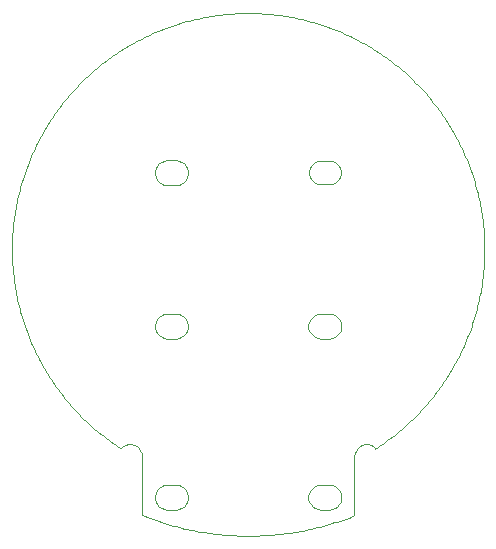
<source format=gbr>
G04*
G04  File:            ïëàòà_7-2.BRD, Thu Sep 11 13:56:05 2014*
G04  Source:          P-CAD 2004 PCB, Version 18.00.272, (I:\copy_of_PROJECT_1_SW2010 íà 169.254.182.25\pcb\LG6\ïëàòà_7-2.pcb)*
G04  Format:          Gerber Format (RS-274-D), ASCII*
G04*
G04  Format Options:  Absolute Positioning*
G04                   Leading-Zero Suppression*
G04                   Scale Factor 1:1*
G04                   NO Circular Interpolation*
G04                   Inch Units*
G04                   Numeric Format: 4.4 (XXXX.XXXX)*
G04                   G54 NOT Used for Aperture Change*
G04                   Apertures Embedded*
G04*
G04  File Options:    Offset = (0.0mil,0.0mil)*
G04                   Drill Symbol Size = 80.0mil*
G04                   No Pad/Via Holes*
G04*
G04  File Contents:   No Pads*
G04                   No Vias*
G04                   No Designators*
G04                   No Types*
G04                   No Values*
G04                   No Drill Symbols*
G04                   Board*
G04*
%INïëàòà_7-2.BRD*%
%ICAS*%
%MOIN*%
G04*
G04  Aperture MACROs for general use --- invoked via D-code assignment *
G04*
G04  General MACRO for flashed round with rotation and/or offset hole *
%AMROTOFFROUND*
1,1,$1,0.0000,0.0000*
1,0,$2,$3,$4*%
G04*
G04  General MACRO for flashed oval (obround) with rotation and/or offset hole *
%AMROTOFFOVAL*
21,1,$1,$2,0.0000,0.0000,$3*
1,1,$4,$5,$6*
1,1,$4,0-$5,0-$6*
1,0,$7,$8,$9*%
G04*
G04  General MACRO for flashed oval (obround) with rotation and no hole *
%AMROTOVALNOHOLE*
21,1,$1,$2,0.0000,0.0000,$3*
1,1,$4,$5,$6*
1,1,$4,0-$5,0-$6*%
G04*
G04  General MACRO for flashed rectangle with rotation and/or offset hole *
%AMROTOFFRECT*
21,1,$1,$2,0.0000,0.0000,$3*
1,0,$4,$5,$6*%
G04*
G04  General MACRO for flashed rectangle with rotation and no hole *
%AMROTRECTNOHOLE*
21,1,$1,$2,0.0000,0.0000,$3*%
G04*
G04  General MACRO for flashed rounded-rectangle *
%AMROUNDRECT*
21,1,$1,$2-$4,0.0000,0.0000,$3*
21,1,$1-$4,$2,0.0000,0.0000,$3*
1,1,$4,$5,$6*
1,1,$4,$7,$8*
1,1,$4,0-$5,0-$6*
1,1,$4,0-$7,0-$8*
1,0,$9,$10,$11*%
G04*
G04  General MACRO for flashed rounded-rectangle with rotation and no hole *
%AMROUNDRECTNOHOLE*
21,1,$1,$2-$4,0.0000,0.0000,$3*
21,1,$1-$4,$2,0.0000,0.0000,$3*
1,1,$4,$5,$6*
1,1,$4,$7,$8*
1,1,$4,0-$5,0-$6*
1,1,$4,0-$7,0-$8*%
G04*
G04  General MACRO for flashed regular polygon *
%AMREGPOLY*
5,1,$1,0.0000,0.0000,$2,$3+$4*
1,0,$5,$6,$7*%
G04*
G04  General MACRO for flashed regular polygon with no hole *
%AMREGPOLYNOHOLE*
5,1,$1,0.0000,0.0000,$2,$3+$4*%
G04*
G04  General MACRO for target *
%AMTARGET*
6,0,0,$1,$2,$3,4,$4,$5,$6*%
G04*
G04  General MACRO for mounting hole *
%AMMTHOLE*
1,1,$1,0,0*
1,0,$2,0,0*
$1=$1-$2*
$1=$1/2*
21,1,$2+$1,$3,0,0,$4*
21,1,$3,$2+$1,0,0,$4*%
G04*
G04*
G04  D10 : "Ellipse X0.254mm Y0.254mm H0.000mm 0.0deg (0.000mm,0.000mm) Draw"*
G04  Disc: OuterDia=0.0100*
%ADD10C, 0.0100*%
G04  D11 : "Ellipse X0.025mm Y0.025mm H0.000mm 0.0deg (0.000mm,0.000mm) Draw"*
G04  Disc: OuterDia=0.0010*
%ADD11C, 0.0010*%
G04  D12 : "Ellipse X0.025mm Y0.025mm H0.000mm 0.0deg (0.000mm,0.000mm) Draw"*
G04  Disc: OuterDia=0.0010*
%ADD12C, 0.0010*%
G04  D13 : "Ellipse X0.508mm Y0.508mm H0.000mm 0.0deg (0.000mm,0.000mm) Draw"*
G04  Disc: OuterDia=0.0200*
%ADD13C, 0.0200*%
G04  D14 : "Ellipse X1.016mm Y1.016mm H0.000mm 0.0deg (0.000mm,0.000mm) Draw"*
G04  Disc: OuterDia=0.0400*
%ADD14C, 0.0400*%
G04  D15 : "Ellipse X0.127mm Y0.127mm H0.000mm 0.0deg (0.000mm,0.000mm) Draw"*
G04  Disc: OuterDia=0.0050*
%ADD15C, 0.0050*%
G04  D16 : "Ellipse X0.152mm Y0.152mm H0.000mm 0.0deg (0.000mm,0.000mm) Draw"*
G04  Disc: OuterDia=0.0060*
%ADD16C, 0.0060*%
G04  D17 : "Ellipse X0.152mm Y0.152mm H0.000mm 0.0deg (0.000mm,0.000mm) Draw"*
G04  Disc: OuterDia=0.0060*
%ADD17C, 0.0060*%
G04  D18 : "Ellipse X0.178mm Y0.178mm H0.000mm 0.0deg (0.000mm,0.000mm) Draw"*
G04  Disc: OuterDia=0.0070*
%ADD18C, 0.0070*%
G04  D19 : "Ellipse X0.203mm Y0.203mm H0.000mm 0.0deg (0.000mm,0.000mm) Draw"*
G04  Disc: OuterDia=0.0080*
%ADD19C, 0.0080*%
G04  D20 : "Ellipse X2.700mm Y2.700mm H0.000mm 0.0deg (0.000mm,0.000mm) Flash"*
G04  Disc: OuterDia=0.1063*
%ADD20C, 0.1063*%
G04  D21 : "Ellipse X7.200mm Y7.200mm H0.000mm 0.0deg (0.000mm,0.000mm) Flash"*
G04  Disc: OuterDia=0.2835*
%ADD21C, 0.2835*%
G04  D22 : "Ellipse X1.270mm Y1.270mm H0.000mm 0.0deg (0.000mm,0.000mm) Flash"*
G04  Disc: OuterDia=0.0500*
%ADD22C, 0.0500*%
G04  D23 : "Ellipse X1.470mm Y1.470mm H0.000mm 0.0deg (0.000mm,0.000mm) Flash"*
G04  Disc: OuterDia=0.0579*
%ADD23C, 0.0579*%
G04  D24 : "Ellipse X1.520mm Y1.520mm H0.000mm 0.0deg (0.000mm,0.000mm) Flash"*
G04  Disc: OuterDia=0.0598*
%ADD24C, 0.0598*%
G04  D25 : "Ellipse X1.524mm Y1.524mm H0.000mm 0.0deg (0.000mm,0.000mm) Flash"*
G04  Disc: OuterDia=0.0600*
%ADD25C, 0.0600*%
G04  D26 : "Ellipse X1.720mm Y1.720mm H0.000mm 0.0deg (0.000mm,0.000mm) Flash"*
G04  Disc: OuterDia=0.0677*
%ADD26C, 0.0677*%
G04  D27 : "Ellipse X1.724mm Y1.724mm H0.000mm 0.0deg (0.000mm,0.000mm) Flash"*
G04  Disc: OuterDia=0.0679*
%ADD27C, 0.0679*%
G04  D28 : "Ellipse X2.200mm Y2.200mm H0.000mm 0.0deg (0.000mm,0.000mm) Flash"*
G04  Disc: OuterDia=0.0866*
%ADD28C, 0.0866*%
G04  D29 : "Ellipse X2.500mm Y2.500mm H0.000mm 0.0deg (0.000mm,0.000mm) Flash"*
G04  Disc: OuterDia=0.0984*
%ADD29C, 0.0984*%
G04  D30 : "Mounting Hole X7.000mm Y7.000mm H0.000mm 0.0deg (0.000mm,0.000mm) Flash"*
G04  Mounting Hole: Diameter=0.2756, Rotation=0.0, LineWidth=0.0050 *
%ADD30MTHOLE, 0.2756 X0.2556 X0.0050 X0.0*%
G04  D31 : "Mounting Hole X2.000mm Y2.000mm H0.000mm 0.0deg (0.000mm,0.000mm) Flash"*
G04  Mounting Hole: Diameter=0.0787, Rotation=0.0, LineWidth=0.0050 *
%ADD31MTHOLE, 0.0787 X0.0587 X0.0050 X0.0*%
G04  D32 : "Oval X4.700mm Y4.000mm H0.000mm 0.0deg (0.000mm,0.000mm) Flash"*
G04  Obround: DimX=0.1850, DimY=0.1575, Rotation=0.0, OffsetX=0.0000, OffsetY=0.0000, HoleDia=0.0000 *
%ADD32O, 0.1850 X0.1575*%
G04  D33 : "Oval X4.900mm Y4.200mm H0.000mm 0.0deg (0.000mm,0.000mm) Flash"*
G04  Obround: DimX=0.1929, DimY=0.1654, Rotation=0.0, OffsetX=0.0000, OffsetY=0.0000, HoleDia=0.0000 *
%ADD33O, 0.1929 X0.1654*%
G04  D34 : "Rounded Rectangle X3.500mm Y1.500mm H0.000mm 0.0deg (0.000mm,0.000mm) Flash"*
G04  RoundRct: DimX=0.1378, DimY=0.0591, CornerRad=0.0148, Rotation=0.0, OffsetX=0.0000, OffsetY=0.0000, HoleDia=0.0000 *
%ADD34ROUNDRECTNOHOLE, 0.1378 X0.0591 X0.0 X0.0295 X-0.0541 X-0.0148 X-0.0541 X0.0148*%
G04  D35 : "Rounded Rectangle X1.500mm Y3.500mm H0.000mm 0.0deg (0.000mm,0.000mm) Flash"*
G04  RoundRct: DimX=0.0591, DimY=0.1378, CornerRad=0.0148, Rotation=0.0, OffsetX=0.0000, OffsetY=0.0000, HoleDia=0.0000 *
%ADD35ROUNDRECTNOHOLE, 0.0591 X0.1378 X0.0 X0.0295 X-0.0148 X-0.0541 X-0.0148 X0.0541*%
G04  D36 : "Rounded Rectangle X3.700mm Y1.700mm H0.000mm 0.0deg (0.000mm,0.000mm) Flash"*
G04  RoundRct: DimX=0.1457, DimY=0.0669, CornerRad=0.0167, Rotation=0.0, OffsetX=0.0000, OffsetY=0.0000, HoleDia=0.0000 *
%ADD36ROUNDRECTNOHOLE, 0.1457 X0.0669 X0.0 X0.0335 X-0.0561 X-0.0167 X-0.0561 X0.0167*%
G04  D37 : "Rounded Rectangle X1.700mm Y3.700mm H0.000mm 0.0deg (0.000mm,0.000mm) Flash"*
G04  RoundRct: DimX=0.0669, DimY=0.1457, CornerRad=0.0167, Rotation=0.0, OffsetX=0.0000, OffsetY=0.0000, HoleDia=0.0000 *
%ADD37ROUNDRECTNOHOLE, 0.0669 X0.1457 X0.0 X0.0335 X-0.0167 X-0.0561 X-0.0167 X0.0561*%
G04  D38 : "Rounded Rectangle X1.500mm Y2.500mm H0.000mm 0.0deg (0.000mm,0.000mm) Flash"*
G04  RoundRct: DimX=0.0591, DimY=0.0984, CornerRad=0.0148, Rotation=0.0, OffsetX=0.0000, OffsetY=0.0000, HoleDia=0.0000 *
%ADD38ROUNDRECTNOHOLE, 0.0591 X0.0984 X0.0 X0.0295 X-0.0148 X-0.0344 X-0.0148 X0.0344*%
G04  D39 : "Rounded Rectangle X1.700mm Y2.700mm H0.000mm 0.0deg (0.000mm,0.000mm) Flash"*
G04  RoundRct: DimX=0.0669, DimY=0.1063, CornerRad=0.0167, Rotation=0.0, OffsetX=0.0000, OffsetY=0.0000, HoleDia=0.0000 *
%ADD39ROUNDRECTNOHOLE, 0.0669 X0.1063 X0.0 X0.0335 X-0.0167 X-0.0364 X-0.0167 X0.0364*%
G04  D40 : "Rectangle X0.500mm Y0.500mm H0.000mm 0.0deg (0.000mm,0.000mm) Flash"*
G04  Square: Side=0.0197, Rotation=0.0, OffsetX=0.0000, OffsetY=0.0000, HoleDia=0.0000*
%ADD40R, 0.0197 X0.0197*%
G04  D41 : "Rectangle X0.600mm Y1.100mm H0.000mm 0.0deg (0.000mm,0.000mm) Flash"*
G04  Rectangular: DimX=0.0236, DimY=0.0433, Rotation=0.0, OffsetX=0.0000, OffsetY=0.0000, HoleDia=0.0000 *
%ADD41R, 0.0236 X0.0433*%
G04  D42 : "Rectangle X0.700mm Y0.700mm H0.000mm 0.0deg (0.000mm,0.000mm) Flash"*
G04  Square: Side=0.0276, Rotation=0.0, OffsetX=0.0000, OffsetY=0.0000, HoleDia=0.0000*
%ADD42R, 0.0276 X0.0276*%
G04  D43 : "Rectangle X0.800mm Y1.300mm H0.000mm 0.0deg (0.000mm,0.000mm) Flash"*
G04  Rectangular: DimX=0.0315, DimY=0.0512, Rotation=0.0, OffsetX=0.0000, OffsetY=0.0000, HoleDia=0.0000 *
%ADD43R, 0.0315 X0.0512*%
G04  D44 : "Rectangle X0.890mm Y1.500mm H0.000mm 0.0deg (0.000mm,0.000mm) Flash"*
G04  Rectangular: DimX=0.0350, DimY=0.0591, Rotation=0.0, OffsetX=0.0000, OffsetY=0.0000, HoleDia=0.0000 *
%ADD44R, 0.0350 X0.0591*%
G04  D45 : "Rectangle X0.900mm Y1.600mm H0.000mm 0.0deg (0.000mm,0.000mm) Flash"*
G04  Rectangular: DimX=0.0354, DimY=0.0630, Rotation=0.0, OffsetX=0.0000, OffsetY=0.0000, HoleDia=0.0000 *
%ADD45R, 0.0354 X0.0630*%
G04  D46 : "Rectangle X1.600mm Y0.900mm H0.000mm 0.0deg (0.000mm,0.000mm) Flash"*
G04  Rectangular: DimX=0.0630, DimY=0.0354, Rotation=0.0, OffsetX=0.0000, OffsetY=0.0000, HoleDia=0.0000 *
%ADD46R, 0.0630 X0.0354*%
G04  D47 : "Rectangle X1.600mm Y1.016mm H0.000mm 0.0deg (0.000mm,0.000mm) Flash"*
G04  Rectangular: DimX=0.0630, DimY=0.0400, Rotation=0.0, OffsetX=0.0000, OffsetY=0.0000, HoleDia=0.0000 *
%ADD47R, 0.0630 X0.0400*%
G04  D48 : "Rectangle X1.090mm Y1.700mm H0.000mm 0.0deg (0.000mm,0.000mm) Flash"*
G04  Rectangular: DimX=0.0429, DimY=0.0669, Rotation=0.0, OffsetX=0.0000, OffsetY=0.0000, HoleDia=0.0000 *
%ADD48R, 0.0429 X0.0669*%
G04  D49 : "Rectangle X1.100mm Y1.800mm H0.000mm 0.0deg (0.000mm,0.000mm) Flash"*
G04  Rectangular: DimX=0.0433, DimY=0.0709, Rotation=0.0, OffsetX=0.0000, OffsetY=0.0000, HoleDia=0.0000 *
%ADD49R, 0.0433 X0.0709*%
G04  D50 : "Rectangle X1.800mm Y1.100mm H0.000mm 0.0deg (0.000mm,0.000mm) Flash"*
G04  Rectangular: DimX=0.0709, DimY=0.0433, Rotation=0.0, OffsetX=0.0000, OffsetY=0.0000, HoleDia=0.0000 *
%ADD50R, 0.0709 X0.0433*%
G04  D51 : "Rectangle X1.150mm Y2.700mm H0.000mm 0.0deg (0.000mm,0.000mm) Flash"*
G04  Rectangular: DimX=0.0453, DimY=0.1063, Rotation=0.0, OffsetX=0.0000, OffsetY=0.0000, HoleDia=0.0000 *
%ADD51R, 0.0453 X0.1063*%
G04  D52 : "Rectangle X2.700mm Y1.150mm H0.000mm 0.0deg (0.000mm,0.000mm) Flash"*
G04  Rectangular: DimX=0.1063, DimY=0.0453, Rotation=0.0, OffsetX=0.0000, OffsetY=0.0000, HoleDia=0.0000 *
%ADD52R, 0.1063 X0.0453*%
G04  D53 : "Rectangle X1.800mm Y1.216mm H0.000mm 0.0deg (0.000mm,0.000mm) Flash"*
G04  Rectangular: DimX=0.0709, DimY=0.0479, Rotation=0.0, OffsetX=0.0000, OffsetY=0.0000, HoleDia=0.0000 *
%ADD53R, 0.0709 X0.0479*%
G04  D54 : "Rectangle X1.100mm Y1.300mm H0.000mm 0.0deg (0.000mm,0.000mm) Flash"*
G04  Rectangular: DimX=0.0433, DimY=0.0512, Rotation=0.0, OffsetX=0.0000, OffsetY=0.0000, HoleDia=0.0000 *
%ADD54R, 0.0433 X0.0512*%
G04  D55 : "Rectangle X1.400mm Y1.300mm H0.000mm 0.0deg (0.000mm,0.000mm) Flash"*
G04  Rectangular: DimX=0.0551, DimY=0.0512, Rotation=0.0, OffsetX=0.0000, OffsetY=0.0000, HoleDia=0.0000 *
%ADD55R, 0.0551 X0.0512*%
G04  D56 : "Rectangle X1.350mm Y2.900mm H0.000mm 0.0deg (0.000mm,0.000mm) Flash"*
G04  Rectangular: DimX=0.0531, DimY=0.1142, Rotation=0.0, OffsetX=0.0000, OffsetY=0.0000, HoleDia=0.0000 *
%ADD56R, 0.0531 X0.1142*%
G04  D57 : "Rectangle X2.900mm Y1.350mm H0.000mm 0.0deg (0.000mm,0.000mm) Flash"*
G04  Rectangular: DimX=0.1142, DimY=0.0531, Rotation=0.0, OffsetX=0.0000, OffsetY=0.0000, HoleDia=0.0000 *
%ADD57R, 0.1142 X0.0531*%
G04  D58 : "Rectangle X1.400mm Y3.500mm H0.000mm 0.0deg (0.000mm,0.000mm) Flash"*
G04  Rectangular: DimX=0.0551, DimY=0.1378, Rotation=0.0, OffsetX=0.0000, OffsetY=0.0000, HoleDia=0.0000 *
%ADD58R, 0.0551 X0.1378*%
G04  D59 : "Rectangle X3.500mm Y1.400mm H0.000mm 0.0deg (0.000mm,0.000mm) Flash"*
G04  Rectangular: DimX=0.1378, DimY=0.0551, Rotation=0.0, OffsetX=0.0000, OffsetY=0.0000, HoleDia=0.0000 *
%ADD59R, 0.1378 X0.0551*%
G04  D60 : "Rectangle X1.300mm Y1.500mm H0.000mm 0.0deg (0.000mm,0.000mm) Flash"*
G04  Rectangular: DimX=0.0512, DimY=0.0591, Rotation=0.0, OffsetX=0.0000, OffsetY=0.0000, HoleDia=0.0000 *
%ADD60R, 0.0512 X0.0591*%
G04  D61 : "Rectangle X1.600mm Y1.500mm H0.000mm 0.0deg (0.000mm,0.000mm) Flash"*
G04  Rectangular: DimX=0.0630, DimY=0.0591, Rotation=0.0, OffsetX=0.0000, OffsetY=0.0000, HoleDia=0.0000 *
%ADD61R, 0.0630 X0.0591*%
G04  D62 : "Rectangle X1.600mm Y3.700mm H0.000mm 0.0deg (0.000mm,0.000mm) Flash"*
G04  Rectangular: DimX=0.0630, DimY=0.1457, Rotation=0.0, OffsetX=0.0000, OffsetY=0.0000, HoleDia=0.0000 *
%ADD62R, 0.0630 X0.1457*%
G04  D63 : "Rectangle X3.700mm Y1.600mm H0.000mm 0.0deg (0.000mm,0.000mm) Flash"*
G04  Rectangular: DimX=0.1457, DimY=0.0630, Rotation=0.0, OffsetX=0.0000, OffsetY=0.0000, HoleDia=0.0000 *
%ADD63R, 0.1457 X0.0630*%
G04  D64 : "Rectangle X2.000mm Y1.600mm H0.000mm 0.0deg (0.000mm,0.000mm) Flash"*
G04  Rectangular: DimX=0.0787, DimY=0.0630, Rotation=0.0, OffsetX=0.0000, OffsetY=0.0000, HoleDia=0.0000 *
%ADD64R, 0.0787 X0.0630*%
G04  D65 : "Rectangle X2.200mm Y1.800mm H0.000mm 0.0deg (0.000mm,0.000mm) Flash"*
G04  Rectangular: DimX=0.0866, DimY=0.0709, Rotation=0.0, OffsetX=0.0000, OffsetY=0.0000, HoleDia=0.0000 *
%ADD65R, 0.0866 X0.0709*%
G04  D66 : "Ellipse X0.700mm Y0.700mm H0.000mm 0.0deg (0.000mm,0.000mm) Flash"*
G04  Disc: OuterDia=0.0276*
%ADD66C, 0.0276*%
G04  D67 : "Ellipse X0.900mm Y0.900mm H0.000mm 0.0deg (0.000mm,0.000mm) Flash"*
G04  Disc: OuterDia=0.0354*
%ADD67C, 0.0354*%
G04*
%FSLAX44Y44*%
%SFA1B1*%
%OFA0.0000B0.0000*%
G04*
G70*
G90*
G01*
D2*
%LNBoard*%
D12*
X8267Y4921*
X8256Y5016D1*
X8221Y5105*
X8166Y5184*
X8094Y5247*
X8009Y5290*
X7915Y5312*
X7820Y5311*
X7727Y5286*
X7643Y5240*
X7573Y5175*
X9389Y3956D2*
X9488Y3944D1*
X9581Y3909*
X9663Y3852*
X9729Y3778*
X9776Y3689*
X9800Y3593*
Y3493*
X9776Y3396*
X9729Y3308*
X9663Y3233*
X9581Y3177*
X9488Y3141*
X9389Y3129*
Y3956D2*
X9114D1*
Y3129D2*
X9389D1*
X9114Y8838D2*
X9389D1*
Y9665D2*
X9114D1*
X9389Y13956D2*
X9488Y13968D1*
X9581Y14004*
X9663Y14060*
X9729Y14135*
X9776Y14223*
X9800Y14320*
Y14419*
X9776Y14516*
X9729Y14604*
X9663Y14679*
X9581Y14736*
X9488Y14771*
X9389Y14783*
X9114*
Y13956D2*
X9389D1*
X14507Y3956D2*
X14606Y3944D1*
X14699Y3909*
X14782Y3852*
X14848Y3778*
X14894Y3689*
X14918Y3593*
Y3493*
X14894Y3396*
X14848Y3308*
X14782Y3233*
X14699Y3177*
X14606Y3141*
X14507Y3129*
X14232D2*
X14133Y3141D1*
X14040Y3177*
X13958Y3233*
X13892Y3308*
X13845Y3396*
X13821Y3493*
Y3593*
X13845Y3689*
X13892Y3778*
X13958Y3852*
X14040Y3909*
X14133Y3944*
X14232Y3956*
X14507D2*
X14232D1*
Y3129D2*
X14507D1*
X14232Y8838D2*
X14507D1*
Y9665D2*
X14232D1*
X14507Y14763D2*
X14232D1*
X14507D2*
X14602Y14752D1*
X14690Y14718*
X14768Y14664*
X14831Y14593*
X14875Y14509*
X14898Y14417*
Y14322*
X14875Y14230*
X14831Y14146*
X14768Y14075*
X14690Y14021*
X14602Y13987*
X14507Y13976*
X14232D2*
X14507D1*
X14232D2*
X14138Y13987D1*
X14049Y14021*
X13971Y14075*
X13908Y14146*
X13864Y14230*
X13841Y14322*
Y14417*
X13864Y14509*
X13908Y14593*
X13971Y14664*
X14049Y14718*
X14138Y14752*
X14232Y14763*
X16049Y5174D2*
X15978Y5240D1*
X15895Y5286*
X15802Y5311*
X15706Y5312*
X15613Y5291*
X15527Y5247*
X15455Y5184*
X15400Y5105*
X15366Y5016*
X15354Y4921*
X8267D2*
Y2945D1*
X9389Y8838D2*
X9488Y8850D1*
X9581Y8885*
X9663Y8942*
X9729Y9017*
X9776Y9105*
X9800Y9202*
Y9301*
X9776Y9398*
X9729Y9486*
X9663Y9561*
X9581Y9618*
X9488Y9653*
X9389Y9665*
X14507D2*
X14606Y9653D1*
X14699Y9618*
X14782Y9561*
X14848Y9486*
X14894Y9398*
X14918Y9301*
Y9202*
X14894Y9105*
X14848Y9017*
X14782Y8942*
X14699Y8885*
X14606Y8850*
X14507Y8838*
X14232D2*
X14133Y8850D1*
X14040Y8885*
X13958Y8942*
X13892Y9017*
X13845Y9105*
X13821Y9202*
Y9301*
X13845Y9398*
X13892Y9486*
X13958Y9561*
X14040Y9618*
X14133Y9653*
X14232Y9665*
X15354Y2945D2*
Y4921D1*
X9114Y3956D2*
X9015Y3944D1*
X8922Y3909*
X8840Y3852*
X8773Y3778*
X8727Y3689*
X8703Y3593*
Y3493*
X8727Y3396*
X8773Y3308*
X8840Y3233*
X8922Y3177*
X9015Y3141*
X9114Y3129*
Y13956D2*
X9015Y13968D1*
X8922Y14004*
X8840Y14060*
X8773Y14135*
X8727Y14223*
X8703Y14320*
Y14419*
X8727Y14516*
X8773Y14604*
X8840Y14679*
X8922Y14736*
X9015Y14771*
X9114Y14783*
Y9665D2*
X9015Y9653D1*
X8922Y9618*
X8840Y9561*
X8773Y9486*
X8727Y9398*
X8703Y9301*
Y9202*
X8727Y9105*
X8773Y9017*
X8840Y8942*
X8922Y8885*
X9015Y8850*
X9114Y8838*
X8265Y2946D2*
X8357Y2910D1*
X8450Y2874*
X8543Y2840*
X8637Y2806*
X8731Y2774*
X8825Y2742*
X8919Y2712*
X9014Y2682*
X9109Y2653*
X9204Y2626*
X9300Y2599*
X9396Y2574*
X9492Y2549*
X9589Y2525*
X9685Y2503*
X9782Y2481*
X9879Y2461*
X9977Y2441*
X10074Y2422*
X10172Y2405*
X10270Y2388*
X10368Y2373*
X10466Y2358*
X10565Y2345*
X10663Y2332*
X10762Y2321*
X10860Y2311*
X10959Y2301*
X11058Y2293*
X11157Y2286*
X11256Y2279*
X11356Y2274*
X11455Y2270*
X11554Y2267*
X11653Y2265*
X11753Y2263*
X11852Y2263*
X11951Y2264*
X12050Y2266*
X12150Y2269*
X12249Y2273*
X12348Y2278*
X12447Y2285*
X12546Y2292*
X12645Y2300*
X12744Y2309*
X12843Y2319*
X12941Y2330*
X13040Y2343*
X13138Y2356*
X13237Y2370*
X13335Y2386*
X13433Y2402*
X13530Y2419*
X13628Y2438*
X13725Y2457*
X13823Y2478*
X13919Y2499*
X14016Y2522*
X14113Y2545*
X14209Y2569*
X14305Y2595*
X14401Y2621*
X14496Y2649*
X14591Y2677*
X14686Y2707*
X14781Y2737*
X14875Y2768*
X14969Y2801*
X15062Y2834*
X15155Y2868*
X15248Y2904*
X15341Y2940*
X16041Y5170D2*
X16125Y5224D1*
X16208Y5279*
X16291Y5335*
X16372Y5393*
X16453Y5451*
X16534Y5510*
X16613Y5571*
X16692Y5632*
X16770Y5694*
X16847Y5758*
X16923Y5822*
X16999Y5887*
X17073Y5954*
X17147Y6021*
X17220Y6089*
X17292Y6158*
X17364Y6228*
X17434Y6299*
X17503Y6371*
X17572Y6443*
X17639Y6517*
X17706Y6591*
X17772Y6666*
X17836Y6742*
X17900Y6819*
X17963Y6897*
X18025Y6975*
X18086Y7054*
X18145Y7134*
X18204Y7215*
X18262Y7296*
X18319Y7378*
X18374Y7461*
X18429Y7545*
X18482Y7629*
X18535Y7714*
X18586Y7799*
X18637Y7886*
X18686Y7972*
X18734Y8060*
X18781Y8148*
X18827Y8237*
X18871Y8326*
X18915Y8416*
X18958Y8506*
X18999Y8597*
X19039Y8688*
X19078Y8780*
X19116Y8873*
X19153Y8965*
X19188Y9059*
X19222Y9152*
X19255Y9247*
X19287Y9341*
X19318Y9436*
X19348Y9532*
X19376Y9627*
X19403Y9723*
X19429Y9820*
X19453Y9916*
X19477Y10014*
X19499Y10111*
X19520Y10208*
X19540Y10306*
X19558Y10404*
X19575Y10503*
X19591Y10601*
X19606Y10700*
X19619Y10799*
X19631Y10898*
X19642Y10997*
X19652Y11097*
X19661Y11196*
X19668Y11296*
X19674Y11395*
X19678Y11495*
X19682Y11595*
X19684Y11694*
X19685Y11794*
X19684Y11894*
X19682Y11994*
X19679Y12094*
X19675Y12193*
X19670Y12293*
X19663Y12393*
X19655Y12492*
X19646Y12592*
X19635Y12691*
X19623Y12790*
X19610Y12889*
X19596Y12988*
X19580Y13086*
X19564Y13185*
X19546Y13283*
X19526Y13381*
X19506Y13479*
X19484Y13576*
X19461Y13673*
X19437Y13770*
X19411Y13866*
X19385Y13963*
X19357Y14058*
X19328Y14154*
X19297Y14249*
X19266Y14344*
X19233Y14438*
X19199Y14532*
X19164Y14625*
X19128Y14718*
X19090Y14811*
X19052Y14903*
X19012Y14995*
X18971Y15086*
X18929Y15176*
X18886Y15266*
X18841Y15355*
X18796Y15444*
X18749Y15533*
X18702Y15620*
X18653Y15707*
X18603Y15794*
X18552Y15880*
X18500Y15965*
X18446Y16049*
X18392Y16133*
X18337Y16216*
X18280Y16298*
X18223Y16380*
X18165Y16461*
X18105Y16541*
X18045Y16621*
X17983Y16699*
X17921Y16777*
X17857Y16854*
X17793Y16930*
X17727Y17006*
X17661Y17080*
X17594Y17154*
X17526Y17227*
X17456Y17299*
X17386Y17370*
X17316Y17440*
X17244Y17510*
X17171Y17578*
X17097Y17646*
X17023Y17712*
X16948Y17778*
X16872Y17842*
X16795Y17906*
X16717Y17969*
X16639Y18030*
X16560Y18091*
X16480Y18151*
X16399Y18210*
X16317Y18267*
X16235Y18324*
X16152Y18379*
X16069Y18434*
X15984Y18487*
X15899Y18540*
X15814Y18591*
X15727Y18641*
X15640Y18690*
X15553Y18738*
X15465Y18785*
X15376Y18831*
X15287Y18876*
X15197Y18919*
X15107Y18961*
X15016Y19003*
X14924Y19043*
X14832Y19082*
X14740Y19119*
X14647Y19156*
X14554Y19191*
X14460Y19225*
X14366Y19258*
X14271Y19290*
X14176Y19321*
X14081Y19350*
X13985Y19378*
X13889Y19405*
X13792Y19431*
X13696Y19456*
X13598Y19479*
X13501Y19501*
X13403Y19522*
X13306Y19541*
X13207Y19560*
X13109Y19577*
X13011Y19593*
X12912Y19607*
X12813Y19620*
X12714Y19633*
X12615Y19643*
X12515Y19653*
X12416Y19661*
X12316Y19668*
X12217Y19674*
X12117Y19679*
X12017Y19682*
X11917Y19684*
X11817Y19685*
X11718Y19684*
X11618Y19682*
X11518Y19679*
X11418Y19675*
X11319Y19669*
X11219Y19662*
X11120Y19654*
X11020Y19645*
X10921Y19634*
X10822Y19622*
X10723Y19609*
X10624Y19595*
X10525Y19579*
X10427Y19562*
X10329Y19544*
X10231Y19524*
X10133Y19504*
X10036Y19482*
X9939Y19459*
X9842Y19435*
X9746Y19409*
X9649Y19382*
X9554Y19354*
X9458Y19325*
X9363Y19295*
X9268Y19263*
X9174Y19230*
X9080Y19196*
X8987Y19161*
X8894Y19124*
X8801Y19087*
X8709Y19048*
X8618Y19008*
X8527Y18967*
X8437Y18925*
X8347Y18882*
X8257Y18837*
X8168Y18792*
X8080Y18745*
X7993Y18697*
X7906Y18648*
X7819Y18598*
X7734Y18547*
X7648Y18495*
X7564Y18441*
X7480Y18387*
X7397Y18332*
X7315Y18275*
X7233Y18218*
X7153Y18159*
X7072Y18099*
X6993Y18039*
X6915Y17977*
X6837Y17915*
X6760Y17851*
X6684Y17787*
X6608Y17721*
X6534Y17655*
X6460Y17587*
X6387Y17519*
X6315Y17450*
X6244Y17380*
X6174Y17309*
X6105Y17237*
X6037Y17164*
X5969Y17091*
X5903Y17016*
X5837Y16941*
X5773Y16865*
X5709Y16788*
X5646Y16710*
X5585Y16631*
X5524Y16552*
X5465Y16472*
X5406Y16391*
X5348Y16310*
X5292Y16227*
X5236Y16144*
X5182Y16061*
X5129Y15976*
X5076Y15891*
X5025Y15806*
X4975Y15719*
X4926Y15632*
X4878Y15545*
X4831Y15457*
X4786Y15368*
X4741Y15278*
X4698Y15189*
X4656Y15098*
X4615Y15007*
X4575Y14916*
X4536Y14824*
X4498Y14731*
X4462Y14638*
X4427Y14545*
X4392Y14451*
X4360Y14357*
X4328Y14262*
X4297Y14167*
X4268Y14072*
X4240Y13976*
X4213Y13880*
X4188Y13783*
X4163Y13686*
X4140Y13589*
X4118Y13492*
X4097Y13394*
X4078Y13296*
X4060Y13198*
X4043Y13100*
X4027Y13001*
X4013Y12903*
X3999Y12804*
X3987Y12705*
X3977Y12605*
X3967Y12506*
X3959Y12406*
X3952Y12307*
X3947Y12207*
X3942Y12107*
X3939Y12008*
X3937Y11908*
X3937Y11808*
X3937Y11708*
X3939Y11608*
X3942Y11509*
X3947Y11409*
X3952Y11309*
X3959Y11210*
X3968Y11110*
X3977Y11011*
X3988Y10912*
X4000Y10813*
X4013Y10714*
X4028Y10615*
X4044Y10516*
X4061Y10418*
X4079Y10320*
X4098Y10222*
X4119Y10124*
X4141Y10027*
X4164Y9930*
X4189Y9833*
X4215Y9737*
X4241Y9640*
X4270Y9545*
X4299Y9449*
X4329Y9354*
X4361Y9260*
X4394Y9165*
X4428Y9072*
X4464Y8978*
X4500Y8885*
X4538Y8793*
X4577Y8701*
X4617Y8609*
X4658Y8518*
X4700Y8428*
X4743Y8338*
X4788Y8249*
X4834Y8160*
X4881Y8072*
X4929Y7984*
X4978Y7898*
X5028Y7811*
X5079Y7726*
X5131Y7641*
X5185Y7556*
X5239Y7473*
X5295Y7390*
X5351Y7307*
X5409Y7226*
X5468Y7145*
X5527Y7065*
X5588Y6986*
X5650Y6907*
X5712Y6830*
X5776Y6753*
X5840Y6677*
X5906Y6601*
X5972Y6527*
X6040Y6453*
X6108Y6381*
X6178Y6309*
X6248Y6238*
X6319Y6168*
X6391Y6098*
X6464Y6030*
X6537Y5963*
X6612Y5897*
X6687Y5831*
X6764Y5767*
X6841Y5703*
X6918Y5641*
X6997Y5579*
X7076Y5519*
X7157Y5459*
X7237Y5401*
X7319Y5343*
X7401Y5287*
X7484Y5231*
X7568Y5177*
D02M02*

</source>
